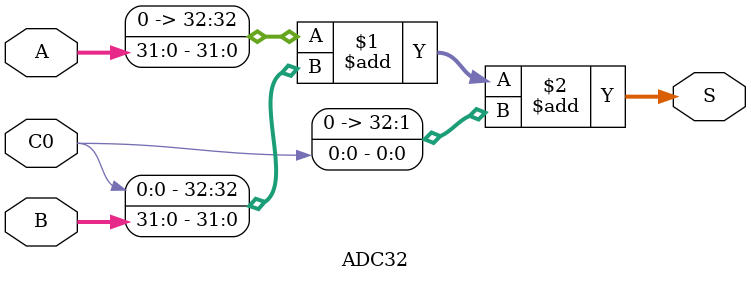
<source format=v>
 `timescale 1ns / 1ps
module ADC32(input [31:0] A,            //´ø½øÎ»µÄ32Î»¼Ó¼õÆ÷£¬¿¼ÂÇÎÞ·ûºÅÊý¼æÈÝ¡£ÔÚÉè¼ÆALUµÄsltÖ¸ÁîÉÏÓÐÇø±ð
             input [31:0] B, 
             input C0,      //×îµÍ½øÎ»ÊäÈë
             output [32:0] S
            );
                  
    assign S = {1'b0, A} + {C0, B} + {32'b0, C0};

endmodule

</source>
